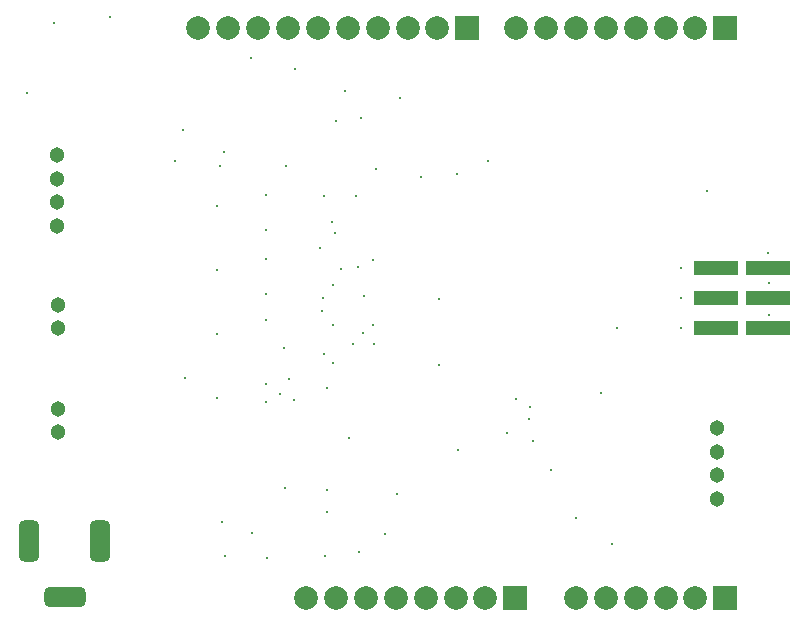
<source format=gbs>
%FSTAX23Y23*%
%MOIN*%
%SFA1B1*%

%IPPOS*%
%AMD92*
4,1,8,0.016700,0.068900,-0.016700,0.068900,-0.033500,0.052100,-0.033500,-0.052100,-0.016700,-0.068900,0.016700,-0.068900,0.033500,-0.052100,0.033500,0.052100,0.016700,0.068900,0.0*
1,1,0.033600,0.016700,0.052100*
1,1,0.033600,-0.016700,0.052100*
1,1,0.033600,-0.016700,-0.052100*
1,1,0.033600,0.016700,-0.052100*
%
%AMD93*
4,1,8,0.068900,-0.016700,0.068900,0.016700,0.052100,0.033500,-0.052100,0.033500,-0.068900,0.016700,-0.068900,-0.016700,-0.052100,-0.033500,0.052100,-0.033500,0.068900,-0.016700,0.0*
1,1,0.033600,0.052100,-0.016700*
1,1,0.033600,0.052100,0.016700*
1,1,0.033600,-0.052100,0.016700*
1,1,0.033600,-0.052100,-0.016700*
%
%ADD73R,0.150100X0.050100*%
%ADD89C,0.051300*%
%ADD90C,0.078800*%
%ADD91R,0.078800X0.078800*%
G04~CAMADD=92~8~0.0~0.0~670.0~1379.0~168.0~0.0~15~0.0~0.0~0.0~0.0~0~0.0~0.0~0.0~0.0~0~0.0~0.0~0.0~0.0~670.0~1379.0*
%ADD92D92*%
G04~CAMADD=93~8~0.0~0.0~670.0~1379.0~168.0~0.0~15~0.0~0.0~0.0~0.0~0~0.0~0.0~0.0~0.0~0~0.0~0.0~0.0~270.0~1378.0~669.0*
%ADD93D93*%
%ADD94C,0.011800*%
%LNvapeixshield-1*%
%LPD*%
G54D73*
X04473Y04005D03*
Y04105D03*
Y04205D03*
X04648Y04005D03*
Y04105D03*
Y04205D03*
G54D89*
X04477Y03594D03*
Y03673D03*
Y03515D03*
Y03437D03*
X02279Y04084D03*
Y04005D03*
X0228Y03737D03*
Y03658D03*
X02276Y04583D03*
Y04504D03*
Y04346D03*
Y04425D03*
G54D90*
X03146Y05005D03*
X03246D03*
X03348D03*
X03446D03*
X03543D03*
X03046D03*
X02946D03*
X02846D03*
X02746D03*
X03806D03*
X03906D03*
X04403D03*
X04306D03*
X04208D03*
X04106D03*
X04006D03*
X03106Y03105D03*
X03206D03*
X03703D03*
X03606D03*
X03508D03*
X03406D03*
X03306D03*
X04006D03*
X04106D03*
X04208D03*
X04306D03*
X04403D03*
G54D91*
X03643Y05005D03*
X04503D03*
X03803Y03105D03*
X04503D03*
G54D92*
X02185Y03297D03*
X02421D03*
G54D93*
X02303Y03108D03*
G54D94*
X03609Y0452D03*
X03715Y04561D03*
X03342Y04536D03*
X03249Y0364D03*
X03167Y04447D03*
X03273D03*
X03334Y03953D03*
X03265D03*
X03196Y03889D03*
X03176Y03807D03*
X0333Y04017D03*
X03297Y03989D03*
X03301Y04114D03*
X03224Y04204D03*
X03163Y04107D03*
X03167Y0392D03*
X03281Y04208D03*
X03196Y04148D03*
Y04017D03*
X03155Y04273D03*
X03204Y04322D03*
X03193Y0436D03*
X0333Y04232D03*
X0305Y03835D03*
X03034Y0394D03*
X02697Y04666D03*
X02819Y04545D03*
X04128Y03287D03*
X03411Y03454D03*
X04007Y03373D03*
X04092Y0379D03*
X03865Y03629D03*
X03923Y03531D03*
X04356Y04005D03*
X04145D03*
X04648Y04256D03*
X04649Y04156D03*
X04356Y04105D03*
X04357Y04205D03*
X02705Y03839D03*
X03042Y04545D03*
X03072Y04869D03*
X02924Y04905D03*
X02835Y04593D03*
X03066Y03766D03*
X03551Y03883D03*
Y04104D03*
X04649Y04049D03*
X03178Y03393D03*
X02827Y0336D03*
X02927Y03323D03*
X02975Y0376D03*
Y03819D03*
Y04032D03*
Y04118D03*
Y04236D03*
Y04331D03*
Y04449D03*
X0281Y03773D03*
Y03986D03*
Y04199D03*
Y04412D03*
X02669Y04563D03*
X03021Y03786D03*
X03236Y04796D03*
X03208Y04695D03*
X03419Y04772D03*
X03492Y04508D03*
X03289Y04707D03*
X03159Y04062D03*
X04445Y04463D03*
X02267Y05023D03*
X03171Y03247D03*
X02454Y05043D03*
X02837Y03245D03*
X02178Y04788D03*
X03176Y03466D03*
X03849Y03701D03*
X02977Y03239D03*
X03038Y03474D03*
X03285Y03259D03*
X0337Y0332D03*
X03613Y036D03*
X03808Y0377D03*
X03776Y03656D03*
X03853Y03742D03*
M02*
</source>
